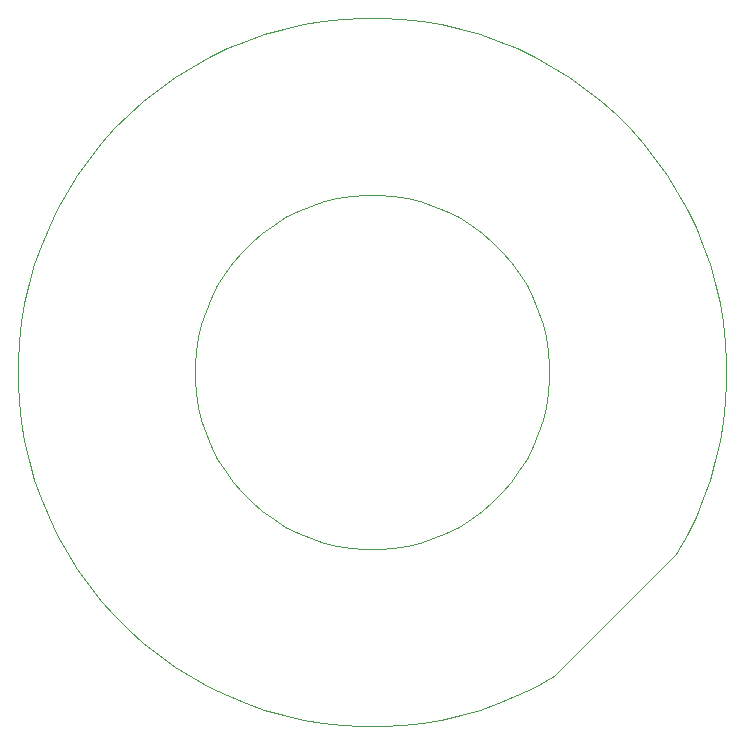
<source format=gm1>
G04*
G04 #@! TF.GenerationSoftware,Altium Limited,Altium Designer,22.4.2 (48)*
G04*
G04 Layer_Color=16711935*
%FSLAX25Y25*%
%MOIN*%
G70*
G04*
G04 #@! TF.SameCoordinates,33176103-96A9-485D-B847-577AE089F5E8*
G04*
G04*
G04 #@! TF.FilePolarity,Positive*
G04*
G01*
G75*
%ADD55C,0.00004*%
D55*
X199171Y255906D02*
X203797Y255541D01*
X208380Y254815D01*
X212893Y253732D01*
X217306Y252298D01*
X221593Y250522D01*
X225728Y248416D01*
X229685Y245991D01*
X233439Y243263D01*
X236968Y240249D01*
X240249Y236968D01*
X243263Y233439D01*
X245991Y229685D01*
X248416Y225728D01*
X250522Y221593D01*
X252298Y217306D01*
X253732Y212893D01*
X254815Y208380D01*
X255541Y203797D01*
X255906Y199171D01*
Y196850D02*
Y199171D01*
Y194530D02*
Y196850D01*
X255541Y189904D02*
X255906Y194530D01*
X254815Y185320D02*
X255541Y189904D01*
X253732Y180808D02*
X254815Y185320D01*
X252298Y176395D02*
X253732Y180808D01*
X250522Y172107D02*
X252298Y176395D01*
X248416Y167973D02*
X250522Y172107D01*
X245991Y164016D02*
X248416Y167973D01*
X243263Y160262D02*
X245991Y164016D01*
X240249Y156733D02*
X243263Y160262D01*
X236968Y153451D02*
X240249Y156733D01*
X233439Y150438D02*
X236968Y153451D01*
X229685Y147710D02*
X233439Y150438D01*
X225728Y145285D02*
X229685Y147710D01*
X221593Y143179D02*
X225728Y145285D01*
X217306Y141403D02*
X221593Y143179D01*
X212893Y139969D02*
X217306Y141403D01*
X208380Y138885D02*
X212893Y139969D01*
X203797Y138159D02*
X208380Y138885D01*
X199171Y137795D02*
X203797Y138159D01*
X196850Y137795D02*
X199171D01*
X194530D02*
X196850D01*
X189904Y138159D02*
X194530Y137795D01*
X185320Y138885D02*
X189904Y138159D01*
X180808Y139969D02*
X185320Y138885D01*
X176395Y141403D02*
X180808Y139969D01*
X172107Y143179D02*
X176395Y141403D01*
X167973Y145285D02*
X172107Y143179D01*
X164016Y147710D02*
X167973Y145285D01*
X160262Y150438D02*
X164016Y147710D01*
X156733Y153451D02*
X160262Y150438D01*
X153451Y156733D02*
X156733Y153451D01*
X150438Y160262D02*
X153451Y156733D01*
X147710Y164016D02*
X150438Y160262D01*
X145285Y167973D02*
X147710Y164016D01*
X143179Y172107D02*
X145285Y167973D01*
X141403Y176395D02*
X143179Y172107D01*
X139969Y180808D02*
X141403Y176395D01*
X138885Y185320D02*
X139969Y180808D01*
X138159Y189904D02*
X138885Y185320D01*
X137795Y194530D02*
X138159Y189904D01*
X137795Y194530D02*
Y196850D01*
Y199171D01*
X138159Y203797D01*
X138885Y208380D01*
X139969Y212893D01*
X141403Y217306D01*
X143179Y221593D01*
X145285Y225728D01*
X147710Y229685D01*
X150438Y233439D01*
X153451Y236968D01*
X156733Y240249D01*
X160262Y243263D01*
X164016Y245991D01*
X167973Y248416D01*
X172107Y250522D01*
X176395Y252298D01*
X180808Y253732D01*
X185320Y254815D01*
X189904Y255541D01*
X194530Y255906D01*
X199171D01*
X200164Y314961D02*
X206782Y314589D01*
X193537Y314961D02*
X200164D01*
X186919Y314589D02*
X193537Y314961D01*
X180333Y313847D02*
X186919Y314589D01*
X173799Y312737D02*
X180333Y313847D01*
X167338Y311262D02*
X173799Y312737D01*
X160969Y309427D02*
X167338Y311262D01*
X154713Y307238D02*
X160969Y309427D01*
X148590Y304702D02*
X154713Y307238D01*
X142619Y301826D02*
X148590Y304702D01*
X136818Y298620D02*
X142619Y301826D01*
X131206Y295094D02*
X136818Y298620D01*
X125801Y291259D02*
X131206Y295094D01*
X120619Y287127D02*
X125801Y291259D01*
X115677Y282710D02*
X120619Y287127D01*
X110991Y278024D02*
X115677Y282710D01*
X106574Y273082D02*
X110991Y278024D01*
X102442Y267900D02*
X106574Y273082D01*
X98607Y262495D02*
X102442Y267900D01*
X95081Y256883D02*
X98607Y262495D01*
X91875Y251082D02*
X95081Y256883D01*
X88999Y245111D02*
X91875Y251082D01*
X86463Y238988D02*
X88999Y245111D01*
X84274Y232732D02*
X86463Y238988D01*
X82439Y226363D02*
X84274Y232732D01*
X80964Y219902D02*
X82439Y226363D01*
X79854Y213368D02*
X80964Y219902D01*
X79112Y206782D02*
X79854Y213368D01*
X78740Y200164D02*
X79112Y206782D01*
X78740Y196850D02*
Y200164D01*
Y193537D02*
Y196850D01*
Y193537D02*
X79112Y186919D01*
X79854Y180333D01*
X80964Y173799D01*
X82439Y167338D01*
X84274Y160969D01*
X86463Y154713D01*
X88999Y148590D01*
X91875Y142619D01*
X95081Y136818D01*
X98607Y131206D01*
X102442Y125801D01*
X106574Y120619D01*
X110991Y115677D01*
X115677Y110991D01*
X120619Y106574D01*
X125801Y102442D01*
X131206Y98607D01*
X136818Y95081D01*
X142619Y91875D01*
X148590Y88999D01*
X154713Y86463D01*
X160969Y84274D01*
X167338Y82439D01*
X173799Y80964D01*
X180333Y79854D01*
X186919Y79112D01*
X193537Y78740D01*
X200164D01*
X206782Y79112D01*
X213368Y79854D01*
X219902Y80964D01*
X226363Y82439D01*
X232732Y84274D01*
X238988Y86463D01*
X245111Y88999D01*
X251082Y91875D01*
X256883Y95081D01*
X257415Y95415D01*
X298286Y136286D01*
X298620Y136818D01*
X301826Y142619D01*
X304702Y148590D01*
X307238Y154713D01*
X309427Y160969D01*
X311262Y167338D01*
X312737Y173799D01*
X313847Y180333D01*
X314589Y186919D01*
X314961Y193537D01*
Y196850D01*
Y200164D01*
X314589Y206782D02*
X314961Y200164D01*
X313847Y213368D02*
X314589Y206782D01*
X312737Y219902D02*
X313847Y213368D01*
X311262Y226363D02*
X312737Y219902D01*
X309427Y232732D02*
X311262Y226363D01*
X307238Y238988D02*
X309427Y232732D01*
X304702Y245111D02*
X307238Y238988D01*
X301826Y251082D02*
X304702Y245111D01*
X298620Y256883D02*
X301826Y251082D01*
X295094Y262495D02*
X298620Y256883D01*
X291259Y267900D02*
X295094Y262495D01*
X287127Y273082D02*
X291259Y267900D01*
X282710Y278024D02*
X287127Y273082D01*
X278024Y282710D02*
X282710Y278024D01*
X273082Y287127D02*
X278024Y282710D01*
X267900Y291259D02*
X273082Y287127D01*
X262495Y295094D02*
X267900Y291259D01*
X256883Y298620D02*
X262495Y295094D01*
X251082Y301826D02*
X256883Y298620D01*
X245111Y304702D02*
X251082Y301826D01*
X238988Y307238D02*
X245111Y304702D01*
X232732Y309427D02*
X238988Y307238D01*
X226363Y311262D02*
X232732Y309427D01*
X219902Y312737D02*
X226363Y311262D01*
X213368Y313847D02*
X219902Y312737D01*
X206782Y314589D02*
X213368Y313847D01*
X199171Y255906D02*
X203797Y255541D01*
X208380Y254815D01*
X212893Y253732D01*
X217306Y252298D01*
X221593Y250522D01*
X225728Y248416D01*
X229685Y245991D01*
X233439Y243263D01*
X236968Y240249D01*
X240249Y236968D01*
X243263Y233439D01*
X245991Y229685D01*
X248416Y225728D01*
X250522Y221593D01*
X252298Y217306D01*
X253732Y212893D01*
X254815Y208380D01*
X255541Y203797D01*
X255906Y199171D01*
Y196850D02*
Y199171D01*
Y194530D02*
Y196850D01*
X255541Y189904D02*
X255906Y194530D01*
X254815Y185320D02*
X255541Y189904D01*
X253732Y180808D02*
X254815Y185320D01*
X252298Y176395D02*
X253732Y180808D01*
X250522Y172107D02*
X252298Y176395D01*
X248416Y167973D02*
X250522Y172107D01*
X245991Y164016D02*
X248416Y167973D01*
X243263Y160262D02*
X245991Y164016D01*
X240249Y156733D02*
X243263Y160262D01*
X236968Y153451D02*
X240249Y156733D01*
X233439Y150438D02*
X236968Y153451D01*
X229685Y147710D02*
X233439Y150438D01*
X225728Y145285D02*
X229685Y147710D01*
X221593Y143179D02*
X225728Y145285D01*
X217306Y141403D02*
X221593Y143179D01*
X212893Y139969D02*
X217306Y141403D01*
X208380Y138885D02*
X212893Y139969D01*
X203797Y138159D02*
X208380Y138885D01*
X199171Y137795D02*
X203797Y138159D01*
X196850Y137795D02*
X199171D01*
X194530D02*
X196850D01*
X189904Y138159D02*
X194530Y137795D01*
X185320Y138885D02*
X189904Y138159D01*
X180808Y139969D02*
X185320Y138885D01*
X176395Y141403D02*
X180808Y139969D01*
X172107Y143179D02*
X176395Y141403D01*
X167973Y145285D02*
X172107Y143179D01*
X164016Y147710D02*
X167973Y145285D01*
X160262Y150438D02*
X164016Y147710D01*
X156733Y153451D02*
X160262Y150438D01*
X153451Y156733D02*
X156733Y153451D01*
X150438Y160262D02*
X153451Y156733D01*
X147710Y164016D02*
X150438Y160262D01*
X145285Y167973D02*
X147710Y164016D01*
X143179Y172107D02*
X145285Y167973D01*
X141403Y176395D02*
X143179Y172107D01*
X139969Y180808D02*
X141403Y176395D01*
X138885Y185320D02*
X139969Y180808D01*
X138159Y189904D02*
X138885Y185320D01*
X137795Y194530D02*
X138159Y189904D01*
X137795Y194530D02*
Y196850D01*
Y199171D01*
X138159Y203797D01*
X138885Y208380D01*
X139969Y212893D01*
X141403Y217306D01*
X143179Y221593D01*
X145285Y225728D01*
X147710Y229685D01*
X150438Y233439D01*
X153451Y236968D01*
X156733Y240249D01*
X160262Y243263D01*
X164016Y245991D01*
X167973Y248416D01*
X172107Y250522D01*
X176395Y252298D01*
X180808Y253732D01*
X185320Y254815D01*
X189904Y255541D01*
X194530Y255906D01*
X199171D01*
X200164Y314961D02*
X206782Y314589D01*
X193537Y314961D02*
X200164D01*
X186919Y314589D02*
X193537Y314961D01*
X180333Y313847D02*
X186919Y314589D01*
X173799Y312737D02*
X180333Y313847D01*
X167338Y311262D02*
X173799Y312737D01*
X160969Y309427D02*
X167338Y311262D01*
X154713Y307238D02*
X160969Y309427D01*
X148590Y304702D02*
X154713Y307238D01*
X142619Y301826D02*
X148590Y304702D01*
X136818Y298620D02*
X142619Y301826D01*
X131206Y295094D02*
X136818Y298620D01*
X125801Y291259D02*
X131206Y295094D01*
X120619Y287127D02*
X125801Y291259D01*
X115677Y282710D02*
X120619Y287127D01*
X110991Y278024D02*
X115677Y282710D01*
X106574Y273082D02*
X110991Y278024D01*
X102442Y267900D02*
X106574Y273082D01*
X98607Y262495D02*
X102442Y267900D01*
X95081Y256883D02*
X98607Y262495D01*
X91875Y251082D02*
X95081Y256883D01*
X88999Y245111D02*
X91875Y251082D01*
X86463Y238988D02*
X88999Y245111D01*
X84274Y232732D02*
X86463Y238988D01*
X82439Y226363D02*
X84274Y232732D01*
X80964Y219902D02*
X82439Y226363D01*
X79854Y213368D02*
X80964Y219902D01*
X79112Y206782D02*
X79854Y213368D01*
X78740Y200164D02*
X79112Y206782D01*
X78740Y196850D02*
Y200164D01*
Y193537D02*
Y196850D01*
Y193537D02*
X79112Y186919D01*
X79854Y180333D01*
X80964Y173799D01*
X82439Y167338D01*
X84274Y160969D01*
X86463Y154713D01*
X88999Y148590D01*
X91875Y142619D01*
X95081Y136818D01*
X98607Y131206D01*
X102442Y125801D01*
X106574Y120619D01*
X110991Y115677D01*
X115677Y110991D01*
X120619Y106574D01*
X125801Y102442D01*
X131206Y98607D01*
X136818Y95081D01*
X142619Y91875D01*
X148590Y88999D01*
X154713Y86463D01*
X160969Y84274D01*
X167338Y82439D01*
X173799Y80964D01*
X180333Y79854D01*
X186919Y79112D01*
X193537Y78740D01*
X200164D01*
X206782Y79112D01*
X213368Y79854D01*
X219902Y80964D01*
X226363Y82439D01*
X232732Y84274D01*
X238988Y86463D01*
X245111Y88999D01*
X251082Y91875D01*
X256883Y95081D01*
X257415Y95415D01*
X298286Y136286D01*
X298620Y136818D01*
X301826Y142619D01*
X304702Y148590D01*
X307238Y154713D01*
X309427Y160969D01*
X311262Y167338D01*
X312737Y173799D01*
X313847Y180333D01*
X314589Y186919D01*
X314961Y193537D01*
Y196850D01*
Y200164D01*
X314589Y206782D02*
X314961Y200164D01*
X313847Y213368D02*
X314589Y206782D01*
X312737Y219902D02*
X313847Y213368D01*
X311262Y226363D02*
X312737Y219902D01*
X309427Y232732D02*
X311262Y226363D01*
X307238Y238988D02*
X309427Y232732D01*
X304702Y245111D02*
X307238Y238988D01*
X301826Y251082D02*
X304702Y245111D01*
X298620Y256883D02*
X301826Y251082D01*
X295094Y262495D02*
X298620Y256883D01*
X291259Y267900D02*
X295094Y262495D01*
X287127Y273082D02*
X291259Y267900D01*
X282710Y278024D02*
X287127Y273082D01*
X278024Y282710D02*
X282710Y278024D01*
X273082Y287127D02*
X278024Y282710D01*
X267900Y291259D02*
X273082Y287127D01*
X262495Y295094D02*
X267900Y291259D01*
X256883Y298620D02*
X262495Y295094D01*
X251082Y301826D02*
X256883Y298620D01*
X245111Y304702D02*
X251082Y301826D01*
X238988Y307238D02*
X245111Y304702D01*
X232732Y309427D02*
X238988Y307238D01*
X226363Y311262D02*
X232732Y309427D01*
X219902Y312737D02*
X226363Y311262D01*
X213368Y313847D02*
X219902Y312737D01*
X206782Y314589D02*
X213368Y313847D01*
M02*

</source>
